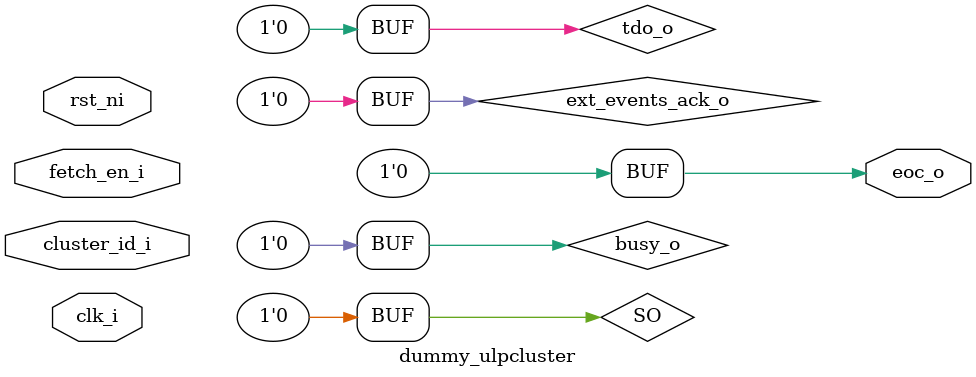
<source format=sv>
`include "ulpsoc_defines.sv"

module dummy_ulpcluster
#(
    // AXI PARAMETERS
    parameter AXI_ADDR_WIDTH        = 32,
    parameter AXI_DATA_WIDTH        = 64,
    parameter AXI_USER_WIDTH        = 6,
    parameter AXI_ID_WIDTH          = 10,
    parameter CLUSTER_ID            = 0
)
(
   input logic              clk_i,
   input logic              rst_ni,

   input logic [4:0]        cluster_id_i,

   input logic              fetch_en_i,
   output logic             eoc_o,

   AXI_BUS.Slave            data_slave,
   AXI_BUS.Master           instr_master,
   AXI_BUS.Master           data_master
);

  logic eoc_data, eoc_instr;
  UNICAD_MEM_BUS_64  cluster_mem_bus();

  assign tdo_o            = 1'b0;
  assign ext_events_ack_o = '0;
  assign eoc_o            = '0;
  assign busy_o           = '0;
  assign SO               = '0;




  TGEN_wrap 
  #( 
      .AXI4_ADDRESS_WIDTH ( AXI_ADDR_WIDTH ),
      .AXI4_RDATA_WIDTH   ( AXI_DATA_WIDTH ),
      .AXI4_WDATA_WIDTH   ( AXI_DATA_WIDTH ),
      .AXI4_ID_WIDTH      ( AXI_ID_WIDTH   ),
      .AXI4_USER_WIDTH    ( AXI_USER_WIDTH ),
      .SRC_ID             ( CLUSTER_ID     )
  ) 
  data_TGEN_i
  (
      .clk              ( clk_i       ),
      .rst_n            ( rst_ni      ),
      
      .axi_port_master  ( data_master ),
      
      .fetch_en_i       ( fetch_en_i  ),
      .eoc_o            ( eoc_data    ),
      .PASS_o           (             ),
      .FAIL_o           (             )
  );

  TGEN_wrap 
  #( 
      .AXI4_ADDRESS_WIDTH ( AXI_ADDR_WIDTH ),
      .AXI4_RDATA_WIDTH   ( AXI_DATA_WIDTH ),
      .AXI4_WDATA_WIDTH   ( AXI_DATA_WIDTH ),
      .AXI4_ID_WIDTH      ( AXI_ID_WIDTH   ),
      .AXI4_USER_WIDTH    ( AXI_USER_WIDTH ),
      .SRC_ID             ( CLUSTER_ID+10  )
  ) 
  instr_TGEN_i
  (
      .clk              ( clk_i        ),
      .rst_n            ( rst_ni       ),
      
      .axi_port_master  ( instr_master ),
      
      .fetch_en_i       ( fetch_en_i   ),
      .eoc_o            ( eoc_instr    ),
      .PASS_o           (              ),
      .FAIL_o           (              )
  );


    

    axi_mem_if_wrap
    #(
        .AXI_ADDRESS_WIDTH(AXI_ADDR_WIDTH),
        .AXI_DATA_WIDTH(AXI_DATA_WIDTH),
        .AXI_ID_WIDTH(AXI_ID_WIDTH),
        .AXI_USER_WIDTH(AXI_USER_WIDTH),
        .MEM_ADDR_WIDTH(16),
        .BUFF_DEPTH_SLAVE(4)
    )
    cluster_mem_if_i
    (
        .clk_i(clk_i),
        .rst_ni(rst_ni),

        .axi_slave(data_slave),

        .mem_master(cluster_mem_bus)
    );


    l2_ram
    #(
        .MEM_ADDR_WIDTH ( 16 )
    )
    l2_ram_i
    (
        .clk_i          ( clk_i             ),
        .rst_ni         ( rst_ni            ),

        .init_ni        ( rst_ni            ),

        .test_mode_i    ( 1'b0              ),

        .mem_slave      ( cluster_mem_bus   ),

        // Read and Write margins
        .rm_l2_mem_i    ( '0                ),
        .wm_l2_mem_i    ( '0                ),
        .LS_l2_mem_i    ( 1'b1              ),
        .HS_l2_mem_i    ( 1'b0              ),
        .sleep_l2_mem_i ( 1'b0              )
    );


endmodule // dummy_ulpcluster
</source>
